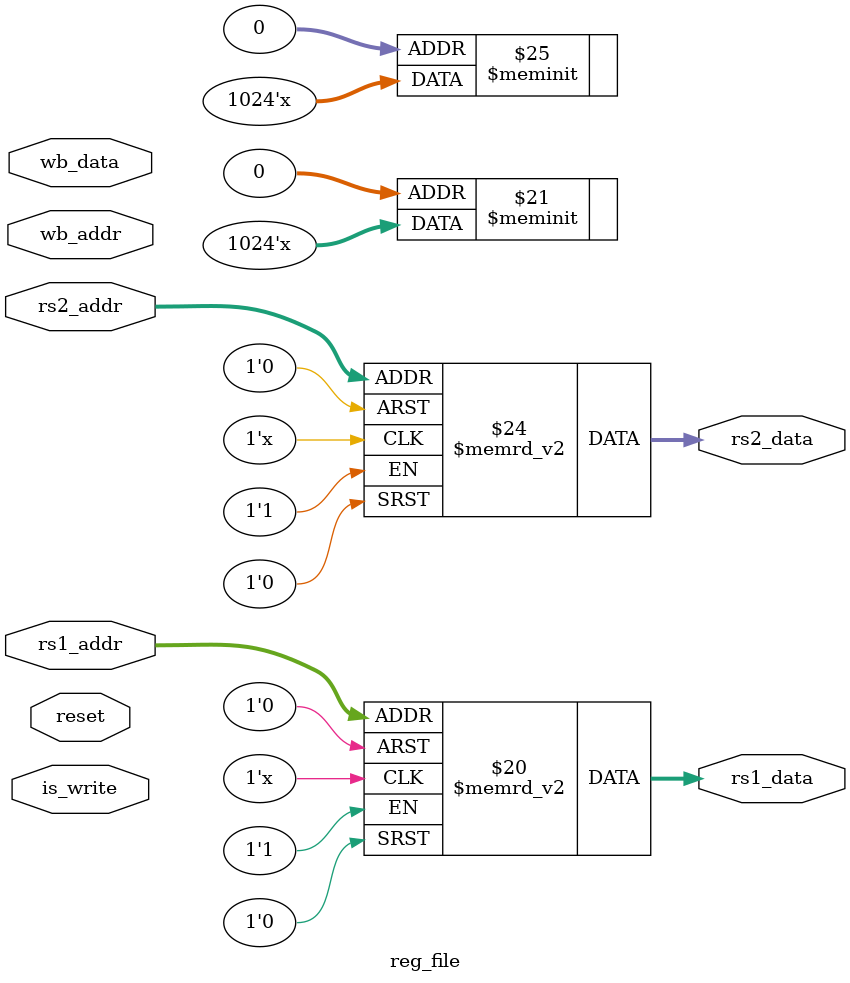
<source format=v>
module reg_file (
    input reset,
    input [4:0] rs1_addr,
    input [4:0] rs2_addr,

    input is_write,
    input [4:0] wb_addr,
    input [31:0] wb_data,

    output reg [31:0] rs1_data,
    output reg [31:0] rs2_data
);

reg [31:0] x_reg [0:31];
integer i;

always @(*) begin
    rs1_data <= x_reg[rs1_addr];
    rs2_data <= x_reg[rs2_addr];

    if (is_write & (wb_addr != 5'b0))
        x_reg[wb_addr] <= wb_data;

    if (reset) begin
        for (i = 0; i < 32; i = i + 1) begin
            x_reg[i] <= 32'b0;
        end
    end
end

endmodule
</source>
